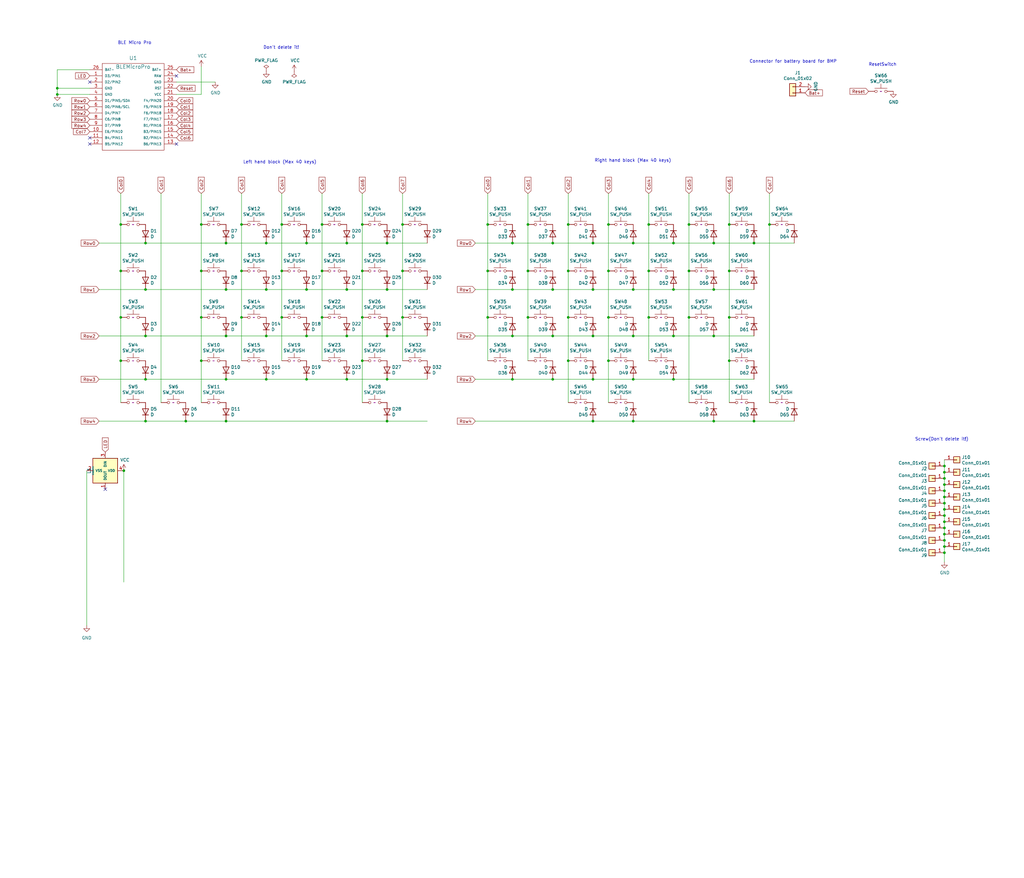
<source format=kicad_sch>
(kicad_sch (version 20211123) (generator eeschema)
  (paper "User" 419.989 360.045)
  (lib_symbols
    (symbol "Connector_Generic:Conn_01x01" (pin_names (offset 1.016) hide)
      (property "Reference" "J" (at 0 2.54 0))
      (property "Value" "Conn_01x01" (at 0 -2.54 0))
      (symbol "Conn_01x01_1_1"
        (pin passive line (at -5.08 0 0) (length 3.81) (name "Pin_1") (number "1"))
      )
    )
    (symbol "Connector_Generic:Conn_01x02" (pin_names (offset 1.016) hide)
      (property "Reference" "J" (at 0 2.54 0))
      (property "Value" "Conn_01x02" (at 0 -5.08 0))
      (symbol "Conn_01x02_1_1"
        (pin passive line (at -5.08 0 0) (length 3.81) (name "Pin_1") (number "1"))
        (pin passive line (at -5.08 -2.54 0) (length 3.81) (name "Pin_2") (number "2"))
      )
    )
    (symbol "Device:D" (pin_numbers hide) (pin_names (offset 1.016) hide)
      (property "Reference" "D" (at 0 2.54 0))
      (property "Value" "D" (at 0 -2.54 0))
      (symbol "D_1_1"
        (pin passive line (at -3.81 0 0) (length 2.54) (name "K") (number "1"))
        (pin passive line (at 3.81 0 180) (length 2.54) (name "A") (number "2"))
      )
    )
    (symbol "Salicylic_kbd:LED_SK6812MINI-E" (pin_names (offset 1.016))
      (property "Reference" "LED" (at 5.08 -10.16 0))
      (property "Value" "LED_SK6812MINI-E" (at 8.89 -8.89 0))
      (symbol "LED_SK6812MINI-E_1_1"
        (pin output line (at 7.62 0 180) (length 2.54) (name "DOUT") (number "1"))
        (pin power_in line (at 0 -7.62 90) (length 2.54) (name "VSS") (number "2"))
        (pin input line (at -7.62 0 0) (length 2.54) (name "DIN") (number "3"))
        (pin power_in line (at 0 7.62 270) (length 2.54) (name "VDD") (number "4"))
      )
    )
    (symbol "Salicylic_kbd:Micon_BLEMicroPro" (pin_names (offset 1.016))
      (property "Reference" "U" (at 0 26.67 0))
      (property "Value" "Micon_BLEMicroPro" (at 0 -13.97 0))
      (symbol "Micon_BLEMicroPro_1_1"
        (pin bidirectional line (at -17.78 19.05 0) (length 5.08) (name "D3/PIN1") (number "1"))
        (pin bidirectional line (at -17.78 -3.81 0) (length 5.08) (name "E6/PIN10") (number "10"))
        (pin bidirectional line (at -17.78 -6.35 0) (length 5.08) (name "B4/PIN11") (number "11"))
        (pin bidirectional line (at -17.78 -8.89 0) (length 5.08) (name "B5/PIN12") (number "12"))
        (pin bidirectional line (at 17.78 -8.89 180) (length 5.08) (name "B6/PIN13") (number "13"))
        (pin bidirectional line (at 17.78 -6.35 180) (length 5.08) (name "B2/PIN14") (number "14"))
        (pin bidirectional line (at 17.78 -3.81 180) (length 5.08) (name "B3/PIN15") (number "15"))
        (pin bidirectional line (at 17.78 -1.27 180) (length 5.08) (name "B1/PIN16") (number "16"))
        (pin bidirectional line (at 17.78 1.27 180) (length 5.08) (name "F7/PIN17") (number "17"))
        (pin bidirectional line (at 17.78 3.81 180) (length 5.08) (name "F6/PIN18") (number "18"))
        (pin bidirectional line (at 17.78 6.35 180) (length 5.08) (name "F5/PIN19") (number "19"))
        (pin bidirectional line (at -17.78 16.51 0) (length 5.08) (name "D2/PIN2") (number "2"))
        (pin bidirectional line (at 17.78 8.89 180) (length 5.08) (name "F4/PIN20") (number "20"))
        (pin power_in line (at 17.78 11.43 180) (length 5.08) (name "VCC") (number "21"))
        (pin input line (at 17.78 13.97 180) (length 5.08) (name "RST") (number "22"))
        (pin power_in line (at 17.78 16.51 180) (length 5.08) (name "GND") (number "23"))
        (pin power_out line (at 17.78 19.05 180) (length 5.08) (name "RAW") (number "24"))
        (pin input line (at 17.78 21.59 180) (length 5.08) (name "BAT+") (number "25"))
        (pin input line (at -17.78 21.59 0) (length 5.08) (name "BAT-") (number "26"))
        (pin power_in line (at -17.78 13.97 0) (length 5.08) (name "GND") (number "3"))
        (pin power_in line (at -17.78 11.43 0) (length 5.08) (name "GND") (number "4"))
        (pin bidirectional line (at -17.78 8.89 0) (length 5.08) (name "D1/PIN5/SDA") (number "5"))
        (pin bidirectional line (at -17.78 6.35 0) (length 5.08) (name "D0/PIN6/SCL") (number "6"))
        (pin bidirectional line (at -17.78 3.81 0) (length 5.08) (name "D4/PIN7") (number "7"))
        (pin bidirectional line (at -17.78 1.27 0) (length 5.08) (name "C6/PIN8") (number "8"))
        (pin bidirectional line (at -17.78 -1.27 0) (length 5.08) (name "D7/PIN9") (number "9"))
      )
    )
    (symbol "Switch:SW_Push" (pin_numbers hide) (pin_names (offset 1.016) hide)
      (property "Reference" "SW" (at 1.27 2.54 0))
      (property "Value" "SW_Push" (at 0 -1.524 0))
      (symbol "SW_Push_0_1"
        (pin passive line (at -5.08 0 0) (length 2.54) (name "1") (number "1"))
        (pin passive line (at 5.08 0 180) (length 2.54) (name "2") (number "2"))
      )
    )
    (symbol "power:GND" (power) (pin_names (offset 0))
      (property "Value" "GND" (at 0 -3.81 0))
      (symbol "GND_1_1"
        (pin power_in line (at 0 0 270) (length 0) hide (name "GND") (number "1"))
      )
    )
    (symbol "power:PWR_FLAG" (power) (pin_numbers hide) (pin_names (offset 0) hide)
      (property "Value" "PWR_FLAG" (at 0 3.81 0))
      (symbol "PWR_FLAG_0_0"
        (pin power_out line (at 0 0 90) (length 0) (name "pwr") (number "1"))
      )
    )
    (symbol "power:VCC" (power) (pin_names (offset 0))
      (property "Value" "VCC" (at 0 3.81 0))
      (symbol "VCC_1_1"
        (pin power_in line (at 0 0 90) (length 0) hide (name "VCC") (number "1"))
      )
    )
  )
  (junction (at 292.735 172.72))
  (junction (at 49.53 130.175))
  (junction (at 109.22 99.695))
  (junction (at 276.225 137.795))
  (junction (at 158.75 155.575))
  (junction (at 158.75 118.745))
  (junction (at 387.35 198.755))
  (junction (at 299.085 111.125))
  (junction (at 216.535 111.125))
  (junction (at 243.205 155.575))
  (junction (at 59.69 137.795))
  (junction (at 282.575 111.125))
  (junction (at 125.73 155.575))
  (junction (at 142.24 155.575))
  (junction (at 109.22 118.745))
  (junction (at 266.065 130.175))
  (junction (at 243.205 172.72))
  (junction (at 387.35 221.615))
  (junction (at 158.75 172.72))
  (junction (at 115.57 111.125))
  (junction (at 59.69 118.745))
  (junction (at 387.35 193.675))
  (junction (at 249.555 92.075))
  (junction (at 132.08 111.125))
  (junction (at 165.1 130.175))
  (junction (at 158.75 137.795))
  (junction (at 387.35 226.695))
  (junction (at 82.55 111.125))
  (junction (at 200.025 92.075))
  (junction (at 226.695 155.575))
  (junction (at 148.59 111.125))
  (junction (at 210.185 155.575))
  (junction (at 299.085 130.175))
  (junction (at 99.06 130.175))
  (junction (at 249.555 147.955))
  (junction (at 92.71 118.745))
  (junction (at 115.57 130.175))
  (junction (at 276.225 118.745))
  (junction (at 266.065 111.125))
  (junction (at 59.69 172.72))
  (junction (at 23.495 36.195))
  (junction (at 226.695 137.795))
  (junction (at 148.59 130.175))
  (junction (at 99.06 111.125))
  (junction (at 292.735 137.795))
  (junction (at 216.535 130.175))
  (junction (at 158.75 99.695))
  (junction (at 387.35 206.375))
  (junction (at 309.245 99.695))
  (junction (at 259.715 137.795))
  (junction (at 266.065 92.075))
  (junction (at 23.495 38.735))
  (junction (at 243.205 137.795))
  (junction (at 259.715 172.72))
  (junction (at 292.735 118.745))
  (junction (at 387.35 219.075))
  (junction (at 82.55 92.075))
  (junction (at 142.24 99.695))
  (junction (at 59.69 99.695))
  (junction (at 50.8 193.04))
  (junction (at 387.35 213.995))
  (junction (at 387.35 224.155))
  (junction (at 233.045 130.175))
  (junction (at 115.57 92.075))
  (junction (at 387.35 196.215))
  (junction (at 216.535 92.075))
  (junction (at 309.245 172.72))
  (junction (at 292.735 99.695))
  (junction (at 276.225 155.575))
  (junction (at 92.71 137.795))
  (junction (at 233.045 147.955))
  (junction (at 210.185 99.695))
  (junction (at 125.73 137.795))
  (junction (at 148.59 92.075))
  (junction (at 132.08 92.075))
  (junction (at 49.53 147.955))
  (junction (at 299.085 147.955))
  (junction (at 200.025 111.125))
  (junction (at 387.35 191.135))
  (junction (at 132.08 130.175))
  (junction (at 76.2 172.72))
  (junction (at 259.715 118.745))
  (junction (at 210.185 118.745))
  (junction (at 259.715 155.575))
  (junction (at 59.69 155.575))
  (junction (at 49.53 111.125))
  (junction (at 226.695 99.695))
  (junction (at 109.22 137.795))
  (junction (at 142.24 137.795))
  (junction (at 249.555 111.125))
  (junction (at 282.575 92.075))
  (junction (at 299.085 92.075))
  (junction (at 125.73 99.695))
  (junction (at 92.71 172.72))
  (junction (at 249.555 130.175))
  (junction (at 387.35 208.915))
  (junction (at 387.35 216.535))
  (junction (at 387.35 203.835))
  (junction (at 243.205 118.745))
  (junction (at 210.185 137.795))
  (junction (at 165.1 111.125))
  (junction (at 226.695 118.745))
  (junction (at 233.045 92.075))
  (junction (at 387.35 211.455))
  (junction (at 92.71 155.575))
  (junction (at 99.06 92.075))
  (junction (at 233.045 111.125))
  (junction (at 259.715 99.695))
  (junction (at 49.53 92.075))
  (junction (at 92.71 99.695))
  (junction (at 315.595 92.075))
  (junction (at 142.24 118.745))
  (junction (at 387.35 201.295))
  (junction (at 82.55 147.955))
  (junction (at 82.55 130.175))
  (junction (at 200.025 130.175))
  (junction (at 276.225 99.695))
  (junction (at 165.1 92.075))
  (junction (at 109.22 155.575))
  (junction (at 243.205 99.695))
  (junction (at 282.575 130.175))
  (junction (at 125.73 118.745))
  (junction (at 148.59 147.955))
  (no_connect (at 36.83 56.515))
  (no_connect (at 36.83 33.655))
  (no_connect (at 43.18 200.66))
  (no_connect (at 36.83 59.055))
  (no_connect (at 72.39 31.115))
  (no_connect (at 72.39 59.055))
  (wire (pts (xy 282.575 79.375) (xy 282.575 92.075)))
  (wire (pts (xy 99.06 130.175) (xy 99.06 147.955)))
  (wire (pts (xy 66.04 79.375) (xy 66.04 165.1)))
  (wire (pts (xy 49.53 92.075) (xy 49.53 111.125)))
  (wire (pts (xy 49.53 147.955) (xy 49.53 165.1)))
  (wire (pts (xy 387.35 196.215) (xy 387.35 198.755)))
  (wire (pts (xy 299.085 79.375) (xy 299.085 92.075)))
  (wire (pts (xy 49.53 111.125) (xy 49.53 130.175)))
  (wire (pts (xy 282.575 130.175) (xy 282.575 165.1)))
  (wire (pts (xy 194.945 137.795) (xy 210.185 137.795)))
  (wire (pts (xy 387.35 193.675) (xy 387.35 196.215)))
  (wire (pts (xy 387.35 226.695) (xy 387.35 230.505)))
  (wire (pts (xy 165.1 130.175) (xy 165.1 147.955)))
  (wire (pts (xy 387.35 191.135) (xy 387.35 193.675)))
  (wire (pts (xy 109.22 99.695) (xy 125.73 99.695)))
  (wire (pts (xy 175.26 137.795) (xy 158.75 137.795)))
  (wire (pts (xy 148.59 79.375) (xy 148.59 92.075)))
  (wire (pts (xy 59.69 155.575) (xy 92.71 155.575)))
  (wire (pts (xy 142.24 155.575) (xy 158.75 155.575)))
  (wire (pts (xy 266.065 130.175) (xy 266.065 147.955)))
  (wire (pts (xy 92.71 137.795) (xy 109.22 137.795)))
  (wire (pts (xy 23.495 36.195) (xy 23.495 38.735)))
  (wire (pts (xy 226.695 137.795) (xy 243.205 137.795)))
  (wire (pts (xy 276.225 155.575) (xy 309.245 155.575)))
  (wire (pts (xy 387.35 224.155) (xy 387.35 226.695)))
  (wire (pts (xy 216.535 111.125) (xy 216.535 130.175)))
  (wire (pts (xy 216.535 92.075) (xy 216.535 111.125)))
  (wire (pts (xy 132.08 130.175) (xy 132.08 147.955)))
  (wire (pts (xy 200.025 130.175) (xy 200.025 147.955)))
  (wire (pts (xy 132.08 79.375) (xy 132.08 92.075)))
  (wire (pts (xy 109.22 118.745) (xy 125.73 118.745)))
  (wire (pts (xy 115.57 130.175) (xy 115.57 147.955)))
  (wire (pts (xy 142.24 99.695) (xy 158.75 99.695)))
  (wire (pts (xy 125.73 137.795) (xy 142.24 137.795)))
  (wire (pts (xy 233.045 147.955) (xy 233.045 165.1)))
  (wire (pts (xy 292.735 118.745) (xy 309.245 118.745)))
  (wire (pts (xy 282.575 92.075) (xy 282.575 111.125)))
  (wire (pts (xy 292.735 99.695) (xy 309.245 99.695)))
  (wire (pts (xy 309.245 99.695) (xy 325.755 99.695)))
  (wire (pts (xy 233.045 79.375) (xy 233.045 92.075)))
  (wire (pts (xy 115.57 111.125) (xy 115.57 130.175)))
  (wire (pts (xy 82.55 130.175) (xy 82.55 147.955)))
  (wire (pts (xy 59.69 99.695) (xy 92.71 99.695)))
  (wire (pts (xy 115.57 92.075) (xy 115.57 111.125)))
  (wire (pts (xy 387.35 216.535) (xy 387.35 219.075)))
  (wire (pts (xy 387.35 208.915) (xy 387.35 211.455)))
  (wire (pts (xy 125.73 155.575) (xy 142.24 155.575)))
  (wire (pts (xy 59.69 99.695) (xy 40.64 99.695)))
  (wire (pts (xy 92.71 155.575) (xy 109.22 155.575)))
  (wire (pts (xy 49.53 79.375) (xy 49.53 92.075)))
  (wire (pts (xy 59.69 118.745) (xy 40.64 118.745)))
  (wire (pts (xy 82.55 111.125) (xy 82.55 130.175)))
  (wire (pts (xy 299.085 147.955) (xy 299.085 165.1)))
  (wire (pts (xy 243.205 118.745) (xy 259.715 118.745)))
  (wire (pts (xy 210.185 99.695) (xy 226.695 99.695)))
  (wire (pts (xy 387.35 213.995) (xy 387.35 216.535)))
  (wire (pts (xy 82.55 79.375) (xy 82.55 92.075)))
  (wire (pts (xy 387.35 201.295) (xy 387.35 203.835)))
  (wire (pts (xy 387.35 219.075) (xy 387.35 221.615)))
  (wire (pts (xy 92.71 172.72) (xy 158.75 172.72)))
  (wire (pts (xy 387.35 221.615) (xy 387.35 224.155)))
  (wire (pts (xy 210.185 137.795) (xy 226.695 137.795)))
  (wire (pts (xy 36.83 28.575) (xy 23.495 28.575)))
  (wire (pts (xy 92.71 99.695) (xy 109.22 99.695)))
  (wire (pts (xy 249.555 147.955) (xy 249.555 165.1)))
  (wire (pts (xy 82.55 147.955) (xy 82.55 165.1)))
  (wire (pts (xy 194.945 99.695) (xy 210.185 99.695)))
  (wire (pts (xy 387.35 206.375) (xy 387.35 208.915)))
  (wire (pts (xy 292.735 137.795) (xy 309.245 137.795)))
  (wire (pts (xy 23.495 28.575) (xy 23.495 36.195)))
  (wire (pts (xy 50.8 193.04) (xy 50.8 238.76)))
  (wire (pts (xy 299.085 111.125) (xy 299.085 130.175)))
  (wire (pts (xy 226.695 155.575) (xy 243.205 155.575)))
  (wire (pts (xy 200.025 79.375) (xy 200.025 92.075)))
  (wire (pts (xy 266.065 92.075) (xy 266.065 111.125)))
  (wire (pts (xy 175.26 118.745) (xy 158.75 118.745)))
  (wire (pts (xy 59.69 155.575) (xy 40.64 155.575)))
  (wire (pts (xy 226.695 118.745) (xy 243.205 118.745)))
  (wire (pts (xy 210.185 155.575) (xy 226.695 155.575)))
  (wire (pts (xy 249.555 92.075) (xy 249.555 111.125)))
  (wire (pts (xy 148.59 111.125) (xy 148.59 130.175)))
  (wire (pts (xy 266.065 111.125) (xy 266.065 130.175)))
  (wire (pts (xy 109.22 137.795) (xy 125.73 137.795)))
  (wire (pts (xy 35.56 193.04) (xy 35.56 256.54)))
  (wire (pts (xy 109.22 155.575) (xy 125.73 155.575)))
  (wire (pts (xy 59.69 137.795) (xy 40.64 137.795)))
  (wire (pts (xy 387.35 211.455) (xy 387.35 213.995)))
  (wire (pts (xy 88.265 33.655) (xy 72.39 33.655)))
  (wire (pts (xy 276.225 118.745) (xy 292.735 118.745)))
  (wire (pts (xy 276.225 99.695) (xy 292.735 99.695)))
  (wire (pts (xy 387.35 198.755) (xy 387.35 201.295)))
  (wire (pts (xy 249.555 130.175) (xy 249.555 147.955)))
  (wire (pts (xy 165.1 79.375) (xy 165.1 92.075)))
  (wire (pts (xy 175.26 172.72) (xy 158.75 172.72)))
  (wire (pts (xy 49.53 130.175) (xy 49.53 147.955)))
  (wire (pts (xy 200.025 92.075) (xy 200.025 111.125)))
  (wire (pts (xy 148.59 130.175) (xy 148.59 147.955)))
  (wire (pts (xy 259.715 137.795) (xy 276.225 137.795)))
  (wire (pts (xy 233.045 92.075) (xy 233.045 111.125)))
  (wire (pts (xy 175.26 99.695) (xy 158.75 99.695)))
  (wire (pts (xy 76.2 172.72) (xy 92.71 172.72)))
  (wire (pts (xy 175.26 155.575) (xy 158.75 155.575)))
  (wire (pts (xy 132.08 92.075) (xy 132.08 111.125)))
  (wire (pts (xy 226.695 99.695) (xy 243.205 99.695)))
  (wire (pts (xy 233.045 111.125) (xy 233.045 130.175)))
  (wire (pts (xy 59.69 172.72) (xy 40.64 172.72)))
  (wire (pts (xy 249.555 111.125) (xy 249.555 130.175)))
  (wire (pts (xy 299.085 130.175) (xy 299.085 147.955)))
  (wire (pts (xy 148.59 147.955) (xy 148.59 165.1)))
  (wire (pts (xy 125.73 118.745) (xy 142.24 118.745)))
  (wire (pts (xy 299.085 92.075) (xy 299.085 111.125)))
  (wire (pts (xy 259.715 172.72) (xy 292.735 172.72)))
  (wire (pts (xy 387.35 188.595) (xy 387.35 191.135)))
  (wire (pts (xy 194.945 172.72) (xy 243.205 172.72)))
  (wire (pts (xy 59.69 118.745) (xy 92.71 118.745)))
  (wire (pts (xy 249.555 79.375) (xy 249.555 92.075)))
  (wire (pts (xy 115.57 79.375) (xy 115.57 92.075)))
  (wire (pts (xy 82.55 38.735) (xy 82.55 27.305)))
  (wire (pts (xy 92.71 118.745) (xy 109.22 118.745)))
  (wire (pts (xy 148.59 92.075) (xy 148.59 111.125)))
  (wire (pts (xy 82.55 92.075) (xy 82.55 111.125)))
  (wire (pts (xy 59.69 172.72) (xy 76.2 172.72)))
  (wire (pts (xy 132.08 111.125) (xy 132.08 130.175)))
  (wire (pts (xy 59.69 137.795) (xy 92.71 137.795)))
  (wire (pts (xy 142.24 118.745) (xy 158.75 118.745)))
  (wire (pts (xy 99.06 92.075) (xy 99.06 111.125)))
  (wire (pts (xy 125.73 99.695) (xy 142.24 99.695)))
  (wire (pts (xy 282.575 111.125) (xy 282.575 130.175)))
  (wire (pts (xy 243.205 137.795) (xy 259.715 137.795)))
  (wire (pts (xy 315.595 79.375) (xy 315.595 92.075)))
  (wire (pts (xy 200.025 111.125) (xy 200.025 130.175)))
  (wire (pts (xy 309.245 172.72) (xy 325.755 172.72)))
  (wire (pts (xy 99.06 111.125) (xy 99.06 130.175)))
  (wire (pts (xy 315.595 92.075) (xy 315.595 165.1)))
  (wire (pts (xy 259.715 155.575) (xy 276.225 155.575)))
  (wire (pts (xy 243.205 172.72) (xy 259.715 172.72)))
  (wire (pts (xy 243.205 155.575) (xy 259.715 155.575)))
  (wire (pts (xy 99.06 79.375) (xy 99.06 92.075)))
  (wire (pts (xy 259.715 99.695) (xy 276.225 99.695)))
  (wire (pts (xy 142.24 137.795) (xy 158.75 137.795)))
  (wire (pts (xy 72.39 38.735) (xy 82.55 38.735)))
  (wire (pts (xy 243.205 99.695) (xy 259.715 99.695)))
  (wire (pts (xy 194.945 155.575) (xy 210.185 155.575)))
  (wire (pts (xy 387.35 203.835) (xy 387.35 206.375)))
  (wire (pts (xy 259.715 118.745) (xy 276.225 118.745)))
  (wire (pts (xy 216.535 130.175) (xy 216.535 147.955)))
  (wire (pts (xy 292.735 172.72) (xy 309.245 172.72)))
  (wire (pts (xy 276.225 137.795) (xy 292.735 137.795)))
  (wire (pts (xy 36.83 36.195) (xy 23.495 36.195)))
  (wire (pts (xy 36.83 38.735) (xy 23.495 38.735)))
  (wire (pts (xy 194.945 118.745) (xy 210.185 118.745)))
  (wire (pts (xy 165.1 111.125) (xy 165.1 130.175)))
  (wire (pts (xy 216.535 79.375) (xy 216.535 92.075)))
  (wire (pts (xy 266.065 79.375) (xy 266.065 92.075)))
  (wire (pts (xy 165.1 92.075) (xy 165.1 111.125)))
  (wire (pts (xy 210.185 118.745) (xy 226.695 118.745)))
  (wire (pts (xy 233.045 130.175) (xy 233.045 147.955)))
  (text "Left hand block (Max 40 keys)" (at 99.695 67.31 0) (effects (font (size 1.27 1.27)) (justify left bottom)))
  (text "Connector for battery board for BMP" (at 307.34 26.035 0) (effects (font (size 1.27 1.27)) (justify left bottom)))
  (text "BLE Micro Pro" (at 48.26 18.415 0) (effects (font (size 1.27 1.27)) (justify left bottom)))
  (text "ResetSwitch" (at 356.235 27.305 0) (effects (font (size 1.27 1.27)) (justify left bottom)))
  (text "Screw(Don't delete it!)" (at 375.285 180.975 0) (effects (font (size 1.27 1.27)) (justify left bottom)))
  (text "Don't delete it!" (at 107.95 20.32 0) (effects (font (size 1.27 1.27)) (justify left bottom)))
  (text "Right hand block (Max 40 keys)" (at 243.84 66.675 0) (effects (font (size 1.27 1.27)) (justify left bottom)))
  (global_label "Row0" (shape input) (at 194.945 99.695 180) (property "Intersheet References" "${INTERSHEET_REFS}" (effects hide)))
  (global_label "Reset" (shape input) (at 72.39 36.195 0) (property "Intersheet References" "${INTERSHEET_REFS}" (effects hide)))
  (global_label "Col0" (shape input) (at 49.53 79.375 90) (property "Intersheet References" "${INTERSHEET_REFS}" (effects hide)))
  (global_label "Col4" (shape input) (at 72.39 51.435 0) (property "Intersheet References" "${INTERSHEET_REFS}" (effects hide)))
  (global_label "Col6" (shape input) (at 148.59 79.375 90) (property "Intersheet References" "${INTERSHEET_REFS}" (effects hide)))
  (global_label "Col5" (shape input) (at 132.08 79.375 90) (property "Intersheet References" "${INTERSHEET_REFS}" (effects hide)))
  (global_label "Col3" (shape input) (at 249.555 79.375 90) (property "Intersheet References" "${INTERSHEET_REFS}" (effects hide)))
  (global_label "Row2" (shape input) (at 194.945 137.795 180) (property "Intersheet References" "${INTERSHEET_REFS}" (effects hide)))
  (global_label "Col0" (shape input) (at 72.39 41.275 0) (property "Intersheet References" "${INTERSHEET_REFS}" (effects hide)))
  (global_label "Col0" (shape input) (at 200.025 79.375 90) (property "Intersheet References" "${INTERSHEET_REFS}" (effects hide)))
  (global_label "Bat+" (shape input) (at 72.39 28.575 0) (property "Intersheet References" "${INTERSHEET_REFS}" (effects hide)))
  (global_label "Reset" (shape input) (at 356.235 37.465 180) (property "Intersheet References" "${INTERSHEET_REFS}" (effects hide)))
  (global_label "Row4" (shape input) (at 36.83 51.435 180) (property "Intersheet References" "${INTERSHEET_REFS}" (effects hide)))
  (global_label "Row3" (shape input) (at 40.64 155.575 180) (property "Intersheet References" "${INTERSHEET_REFS}" (effects hide)))
  (global_label "Col6" (shape input) (at 299.085 79.375 90) (property "Intersheet References" "${INTERSHEET_REFS}" (effects hide)))
  (global_label "Col7" (shape input) (at 165.1 79.375 90) (property "Intersheet References" "${INTERSHEET_REFS}" (effects hide)))
  (global_label "Row4" (shape input) (at 40.64 172.72 180) (property "Intersheet References" "${INTERSHEET_REFS}" (effects hide)))
  (global_label "Col1" (shape input) (at 66.04 79.375 90) (property "Intersheet References" "${INTERSHEET_REFS}" (effects hide)))
  (global_label "Row2" (shape input) (at 40.64 137.795 180) (property "Intersheet References" "${INTERSHEET_REFS}" (effects hide)))
  (global_label "Col5" (shape input) (at 72.39 53.975 0) (property "Intersheet References" "${INTERSHEET_REFS}" (effects hide)))
  (global_label "Bat+" (shape input) (at 330.2 38.1 0) (property "Intersheet References" "${INTERSHEET_REFS}" (effects hide)))
  (global_label "Col4" (shape input) (at 266.065 79.375 90) (property "Intersheet References" "${INTERSHEET_REFS}" (effects hide)))
  (global_label "Col7" (shape input) (at 36.83 53.975 180) (property "Intersheet References" "${INTERSHEET_REFS}" (effects hide)))
  (global_label "Col2" (shape input) (at 72.39 46.355 0) (property "Intersheet References" "${INTERSHEET_REFS}" (effects hide)))
  (global_label "Row0" (shape input) (at 40.64 99.695 180) (property "Intersheet References" "${INTERSHEET_REFS}" (effects hide)))
  (global_label "Col3" (shape input) (at 99.06 79.375 90) (property "Intersheet References" "${INTERSHEET_REFS}" (effects hide)))
  (global_label "Row1" (shape input) (at 194.945 118.745 180) (property "Intersheet References" "${INTERSHEET_REFS}" (effects hide)))
  (global_label "LED" (shape input) (at 43.18 185.42 90) (property "Intersheet References" "${INTERSHEET_REFS}" (effects hide)))
  (global_label "Row3" (shape input) (at 194.945 155.575 180) (property "Intersheet References" "${INTERSHEET_REFS}" (effects hide)))
  (global_label "Row1" (shape input) (at 36.83 43.815 180) (property "Intersheet References" "${INTERSHEET_REFS}" (effects hide)))
  (global_label "Col1" (shape input) (at 216.535 79.375 90) (property "Intersheet References" "${INTERSHEET_REFS}" (effects hide)))
  (global_label "Col6" (shape input) (at 72.39 56.515 0) (property "Intersheet References" "${INTERSHEET_REFS}" (effects hide)))
  (global_label "Col4" (shape input) (at 115.57 79.375 90) (property "Intersheet References" "${INTERSHEET_REFS}" (effects hide)))
  (global_label "Col3" (shape input) (at 72.39 48.895 0) (property "Intersheet References" "${INTERSHEET_REFS}" (effects hide)))
  (global_label "Row2" (shape input) (at 36.83 46.355 180) (property "Intersheet References" "${INTERSHEET_REFS}" (effects hide)))
  (global_label "Row0" (shape input) (at 36.83 41.275 180) (property "Intersheet References" "${INTERSHEET_REFS}" (effects hide)))
  (global_label "Col5" (shape input) (at 282.575 79.375 90) (property "Intersheet References" "${INTERSHEET_REFS}" (effects hide)))
  (global_label "Row3" (shape input) (at 36.83 48.895 180) (property "Intersheet References" "${INTERSHEET_REFS}" (effects hide)))
  (global_label "Col1" (shape input) (at 72.39 43.815 0) (property "Intersheet References" "${INTERSHEET_REFS}" (effects hide)))
  (global_label "LED" (shape input) (at 36.83 31.115 180) (property "Intersheet References" "${INTERSHEET_REFS}" (effects hide)))
  (global_label "Row1" (shape input) (at 40.64 118.745 180) (property "Intersheet References" "${INTERSHEET_REFS}" (effects hide)))
  (global_label "Row4" (shape input) (at 194.945 172.72 180) (property "Intersheet References" "${INTERSHEET_REFS}" (effects hide)))
  (global_label "Col2" (shape input) (at 233.045 79.375 90) (property "Intersheet References" "${INTERSHEET_REFS}" (effects hide)))
  (global_label "Col2" (shape input) (at 82.55 79.375 90) (property "Intersheet References" "${INTERSHEET_REFS}" (effects hide)))
  (global_label "Col7" (shape input) (at 315.595 79.375 90) (property "Intersheet References" "${INTERSHEET_REFS}" (effects hide)))
  (symbol (lib_id "power:PWR_FLAG") (at 109.22 29.21 0) (unit 1)
    (property "Reference" "#FLG01" (effects hide))
    (property "Value" "PWR_FLAG" (at 109.22 24.7904 0))
  )
  (symbol (lib_id "power:PWR_FLAG") (at 120.65 29.21 180) (unit 1)
    (property "Reference" "#FLG02" (effects hide))
    (property "Value" "PWR_FLAG" (at 120.65 33.6042 0))
  )
  (symbol (lib_id "power:GND") (at 109.22 29.21 0) (unit 1)
    (property "Reference" "#PWR06" (effects hide))
    (property "Value" "GND" (at 109.347 33.6042 0))
  )
  (symbol (lib_id "power:VCC") (at 120.65 29.21 0) (unit 1)
    (property "Reference" "#PWR07" (effects hide))
    (property "Value" "VCC" (at 121.0818 24.8158 0))
  )
  (symbol (lib_id "Salicylic_kbd:Micon_BLEMicroPro") (at 54.61 50.165 0) (unit 1)
    (property "Reference" "U1" (at 54.61 23.8252 0) (effects (font (size 1.524 1.524))))
    (property "Value" "BLEMicroPro" (at 54.61 26.5176 0) (effects (font (size 1.524 1.524)) (justify top)))
    (property "Footprint" "kbd_Parts:Micon_BMP_GL" (effects hide))
  )
  (symbol (lib_id "power:GND") (at 88.265 33.655 0) (unit 1)
    (property "Reference" "#PWR05" (effects hide))
    (property "Value" "GND" (at 88.392 38.0492 0))
  )
  (symbol (lib_id "power:VCC") (at 82.55 27.305 0) (unit 1)
    (property "Reference" "#PWR04" (effects hide))
    (property "Value" "VCC" (at 82.9818 22.9108 0))
  )
  (symbol (lib_id "power:GND") (at 23.495 38.735 0) (unit 1)
    (property "Reference" "#PWR01" (effects hide))
    (property "Value" "GND" (at 23.622 43.1292 0))
  )
  (symbol (lib_id "Switch:SW_Push") (at 54.61 92.075 0) (unit 1)
    (property "Reference" "SW1" (at 54.61 85.598 0))
    (property "Value" "SW_PUSH" (at 54.61 87.9094 0))
    (property "Footprint" "kbd_SW:CherryMX_Hotswap_1u" (effects hide))
    (property "Datasheet" "~" (at 54.61 92.075 0))
  )
  (symbol (lib_id "Switch:SW_Push") (at 54.61 111.125 0) (unit 1)
    (property "Reference" "SW2" (at 54.61 104.648 0))
    (property "Value" "SW_PUSH" (at 54.61 106.9594 0))
    (property "Footprint" "kbd_SW:CherryMX_Hotswap_1.5u" (effects hide))
    (property "Datasheet" "~" (at 54.61 111.125 0))
  )
  (symbol (lib_id "Device:D") (at 59.69 95.885 90) (unit 1)
    (property "Reference" "D1" (at 61.6966 94.7166 90) (effects (justify right)))
    (property "Value" "D" (at 61.6966 97.028 90) (effects (justify right)))
    (property "Footprint" "kbd_Parts:Diode_TH_SMD" (effects hide))
  )
  (symbol (lib_id "Device:D") (at 59.69 114.935 90) (unit 1)
    (property "Reference" "D2" (at 61.6966 113.7666 90) (effects (justify right)))
    (property "Value" "D" (at 61.6966 116.078 90) (effects (justify right)))
    (property "Footprint" "kbd_Parts:Diode_TH_SMD" (effects hide))
  )
  (symbol (lib_id "Switch:SW_Push") (at 361.315 37.465 0) (unit 1)
    (property "Reference" "SW66" (at 361.315 30.988 0))
    (property "Value" "SW_PUSH" (at 361.315 33.2994 0))
    (property "Footprint" "kbd_Parts:ResetSW" (effects hide))
    (property "Datasheet" "~" (at 361.315 37.465 0))
  )
  (symbol (lib_id "power:GND") (at 366.395 37.465 0) (unit 1)
    (property "Reference" "#PWR09" (effects hide))
    (property "Value" "GND" (at 366.522 41.8592 0))
  )
  (symbol (lib_id "Switch:SW_Push") (at 104.14 92.075 0) (unit 1)
    (property "Reference" "SW12" (at 104.14 85.598 0))
    (property "Value" "SW_PUSH" (at 104.14 87.9094 0))
    (property "Footprint" "kbd_SW:CherryMX_Hotswap_1u" (effects hide))
    (property "Datasheet" "~" (at 104.14 92.075 0))
  )
  (symbol (lib_id "Switch:SW_Push") (at 120.65 92.075 0) (unit 1)
    (property "Reference" "SW16" (at 120.65 85.598 0))
    (property "Value" "SW_PUSH" (at 120.65 87.9094 0))
    (property "Footprint" "kbd_SW:CherryMX_Hotswap_1u" (effects hide))
    (property "Datasheet" "~" (at 120.65 92.075 0))
  )
  (symbol (lib_id "Switch:SW_Push") (at 137.16 92.075 0) (unit 1)
    (property "Reference" "SW20" (at 137.16 85.598 0))
    (property "Value" "SW_PUSH" (at 137.16 87.9094 0))
    (property "Footprint" "kbd_SW:CherryMX_Hotswap_1u" (effects hide))
    (property "Datasheet" "~" (at 137.16 92.075 0))
  )
  (symbol (lib_id "Switch:SW_Push") (at 87.63 92.075 0) (unit 1)
    (property "Reference" "SW7" (at 87.63 85.598 0))
    (property "Value" "SW_PUSH" (at 87.63 87.9094 0))
    (property "Footprint" "kbd_SW:CherryMX_Hotswap_1u" (effects hide))
    (property "Datasheet" "~" (at 87.63 92.075 0))
  )
  (symbol (lib_id "Switch:SW_Push") (at 104.14 130.175 0) (unit 1)
    (property "Reference" "SW14" (at 104.14 123.698 0))
    (property "Value" "SW_PUSH" (at 104.14 126.0094 0))
    (property "Footprint" "kbd_SW:CherryMX_Hotswap_1u" (effects hide))
    (property "Datasheet" "~" (at 104.14 130.175 0))
  )
  (symbol (lib_id "Switch:SW_Push") (at 104.14 111.125 0) (unit 1)
    (property "Reference" "SW13" (at 104.14 104.648 0))
    (property "Value" "SW_PUSH" (at 104.14 106.9594 0))
    (property "Footprint" "kbd_SW:CherryMX_Hotswap_1u" (effects hide))
    (property "Datasheet" "~" (at 104.14 111.125 0))
  )
  (symbol (lib_id "Switch:SW_Push") (at 120.65 111.125 0) (unit 1)
    (property "Reference" "SW17" (at 120.65 104.648 0))
    (property "Value" "SW_PUSH" (at 120.65 106.9594 0))
    (property "Footprint" "kbd_SW:CherryMX_Hotswap_1u" (effects hide))
    (property "Datasheet" "~" (at 120.65 111.125 0))
  )
  (symbol (lib_id "Switch:SW_Push") (at 137.16 111.125 0) (unit 1)
    (property "Reference" "SW21" (at 137.16 104.648 0))
    (property "Value" "SW_PUSH" (at 137.16 106.9594 0))
    (property "Footprint" "kbd_SW:CherryMX_Hotswap_1u" (effects hide))
    (property "Datasheet" "~" (at 137.16 111.125 0))
  )
  (symbol (lib_id "Switch:SW_Push") (at 87.63 111.125 0) (unit 1)
    (property "Reference" "SW8" (at 87.63 104.648 0))
    (property "Value" "SW_PUSH" (at 87.63 106.9594 0))
    (property "Footprint" "kbd_SW:CherryMX_Hotswap_1u" (effects hide))
    (property "Datasheet" "~" (at 87.63 111.125 0))
  )
  (symbol (lib_id "Switch:SW_Push") (at 54.61 130.175 0) (unit 1)
    (property "Reference" "SW3" (at 54.61 123.698 0))
    (property "Value" "SW_PUSH" (at 54.61 126.0094 0))
    (property "Footprint" "kbd_SW:CherryMX_Hotswap_1.75u" (effects hide))
    (property "Datasheet" "~" (at 54.61 130.175 0))
  )
  (symbol (lib_id "Switch:SW_Push") (at 54.61 147.955 0) (unit 1)
    (property "Reference" "SW4" (at 54.61 141.478 0))
    (property "Value" "SW_PUSH" (at 54.61 143.7894 0))
    (property "Footprint" "kbd_SW:CherryMX_Hotswap_2.25u" (effects hide))
    (property "Datasheet" "~" (at 54.61 147.955 0))
  )
  (symbol (lib_id "Switch:SW_Push") (at 87.63 130.175 0) (unit 1)
    (property "Reference" "SW9" (at 87.63 123.698 0))
    (property "Value" "SW_PUSH" (at 87.63 126.0094 0))
    (property "Footprint" "kbd_SW:CherryMX_Hotswap_1u" (effects hide))
    (property "Datasheet" "~" (at 87.63 130.175 0))
  )
  (symbol (lib_id "Switch:SW_Push") (at 104.14 147.955 0) (unit 1)
    (property "Reference" "SW15" (at 104.14 141.478 0))
    (property "Value" "SW_PUSH" (at 104.14 143.7894 0))
    (property "Footprint" "kbd_SW:CherryMX_Hotswap_1u" (effects hide))
    (property "Datasheet" "~" (at 104.14 147.955 0))
  )
  (symbol (lib_id "Switch:SW_Push") (at 120.65 147.955 0) (unit 1)
    (property "Reference" "SW19" (at 120.65 141.478 0))
    (property "Value" "SW_PUSH" (at 120.65 143.7894 0))
    (property "Footprint" "kbd_SW:CherryMX_Hotswap_1u" (effects hide))
    (property "Datasheet" "~" (at 120.65 147.955 0))
  )
  (symbol (lib_id "Switch:SW_Push") (at 137.16 147.955 0) (unit 1)
    (property "Reference" "SW23" (at 137.16 141.478 0))
    (property "Value" "SW_PUSH" (at 137.16 143.7894 0))
    (property "Footprint" "kbd_SW:CherryMX_Hotswap_1u" (effects hide))
    (property "Datasheet" "~" (at 137.16 147.955 0))
  )
  (symbol (lib_id "Switch:SW_Push") (at 120.65 130.175 0) (unit 1)
    (property "Reference" "SW18" (at 120.65 123.698 0))
    (property "Value" "SW_PUSH" (at 120.65 126.0094 0))
    (property "Footprint" "kbd_SW:CherryMX_Hotswap_1u" (effects hide))
    (property "Datasheet" "~" (at 120.65 130.175 0))
  )
  (symbol (lib_id "Switch:SW_Push") (at 137.16 130.175 0) (unit 1)
    (property "Reference" "SW22" (at 137.16 123.698 0))
    (property "Value" "SW_PUSH" (at 137.16 126.0094 0))
    (property "Footprint" "kbd_SW:CherryMX_Hotswap_1u" (effects hide))
    (property "Datasheet" "~" (at 137.16 130.175 0))
  )
  (symbol (lib_id "Device:D") (at 92.71 95.885 90) (unit 1)
    (property "Reference" "D7" (at 94.7166 94.7166 90) (effects (justify right)))
    (property "Value" "D" (at 94.7166 97.028 90) (effects (justify right)))
    (property "Footprint" "kbd_Parts:Diode_TH_SMD" (effects hide))
  )
  (symbol (lib_id "Device:D") (at 109.22 95.885 90) (unit 1)
    (property "Reference" "D12" (at 111.2266 94.7166 90) (effects (justify right)))
    (property "Value" "D" (at 111.2266 97.028 90) (effects (justify right)))
    (property "Footprint" "kbd_Parts:Diode_TH_SMD" (effects hide))
  )
  (symbol (lib_id "Device:D") (at 125.73 95.885 90) (unit 1)
    (property "Reference" "D16" (at 127.7366 94.7166 90) (effects (justify right)))
    (property "Value" "D" (at 127.7366 97.028 90) (effects (justify right)))
    (property "Footprint" "kbd_Parts:Diode_TH_SMD" (effects hide))
  )
  (symbol (lib_id "Device:D") (at 142.24 95.885 90) (unit 1)
    (property "Reference" "D20" (at 144.2466 94.7166 90) (effects (justify right)))
    (property "Value" "D" (at 144.2466 97.028 90) (effects (justify right)))
    (property "Footprint" "kbd_Parts:Diode_TH_SMD" (effects hide))
  )
  (symbol (lib_id "Device:D") (at 142.24 114.935 90) (unit 1)
    (property "Reference" "D21" (at 144.2466 113.7666 90) (effects (justify right)))
    (property "Value" "D" (at 144.2466 116.078 90) (effects (justify right)))
    (property "Footprint" "kbd_Parts:Diode_TH_SMD" (effects hide))
  )
  (symbol (lib_id "Device:D") (at 142.24 133.985 90) (unit 1)
    (property "Reference" "D22" (at 144.2466 132.8166 90) (effects (justify right)))
    (property "Value" "D" (at 144.2466 135.128 90) (effects (justify right)))
    (property "Footprint" "kbd_Parts:Diode_TH_SMD" (effects hide))
  )
  (symbol (lib_id "Device:D") (at 142.24 151.765 90) (unit 1)
    (property "Reference" "D23" (at 144.2466 150.5966 90) (effects (justify right)))
    (property "Value" "D" (at 144.2466 152.908 90) (effects (justify right)))
    (property "Footprint" "kbd_Parts:Diode_TH_SMD" (effects hide))
  )
  (symbol (lib_id "Device:D") (at 125.73 151.765 90) (unit 1)
    (property "Reference" "D19" (at 127.7366 150.5966 90) (effects (justify right)))
    (property "Value" "D" (at 127.7366 152.908 90) (effects (justify right)))
    (property "Footprint" "kbd_Parts:Diode_TH_SMD" (effects hide))
  )
  (symbol (lib_id "Device:D") (at 125.73 133.985 90) (unit 1)
    (property "Reference" "D18" (at 127.7366 132.8166 90) (effects (justify right)))
    (property "Value" "D" (at 127.7366 135.128 90) (effects (justify right)))
    (property "Footprint" "kbd_Parts:Diode_TH_SMD" (effects hide))
  )
  (symbol (lib_id "Device:D") (at 125.73 114.935 90) (unit 1)
    (property "Reference" "D17" (at 127.7366 113.7666 90) (effects (justify right)))
    (property "Value" "D" (at 127.7366 116.078 90) (effects (justify right)))
    (property "Footprint" "kbd_Parts:Diode_TH_SMD" (effects hide))
  )
  (symbol (lib_id "Device:D") (at 109.22 114.935 90) (unit 1)
    (property "Reference" "D13" (at 111.2266 113.7666 90) (effects (justify right)))
    (property "Value" "D" (at 111.2266 116.078 90) (effects (justify right)))
    (property "Footprint" "kbd_Parts:Diode_TH_SMD" (effects hide))
  )
  (symbol (lib_id "Device:D") (at 92.71 114.935 90) (unit 1)
    (property "Reference" "D8" (at 94.7166 113.7666 90) (effects (justify right)))
    (property "Value" "D" (at 94.7166 116.078 90) (effects (justify right)))
    (property "Footprint" "kbd_Parts:Diode_TH_SMD" (effects hide))
  )
  (symbol (lib_id "Device:D") (at 92.71 133.985 90) (unit 1)
    (property "Reference" "D9" (at 94.7166 132.8166 90) (effects (justify right)))
    (property "Value" "D" (at 94.7166 135.128 90) (effects (justify right)))
    (property "Footprint" "kbd_Parts:Diode_TH_SMD" (effects hide))
  )
  (symbol (lib_id "Device:D") (at 109.22 133.985 90) (unit 1)
    (property "Reference" "D14" (at 111.2266 132.8166 90) (effects (justify right)))
    (property "Value" "D" (at 111.2266 135.128 90) (effects (justify right)))
    (property "Footprint" "kbd_Parts:Diode_TH_SMD" (effects hide))
  )
  (symbol (lib_id "Device:D") (at 109.22 151.765 90) (unit 1)
    (property "Reference" "D15" (at 111.2266 150.5966 90) (effects (justify right)))
    (property "Value" "D" (at 111.2266 152.908 90) (effects (justify right)))
    (property "Footprint" "kbd_Parts:Diode_TH_SMD" (effects hide))
  )
  (symbol (lib_id "Device:D") (at 59.69 133.985 90) (unit 1)
    (property "Reference" "D3" (at 61.6966 132.8166 90) (effects (justify right)))
    (property "Value" "D" (at 61.6966 135.128 90) (effects (justify right)))
    (property "Footprint" "kbd_Parts:Diode_TH_SMD" (effects hide))
  )
  (symbol (lib_id "Device:D") (at 59.69 151.765 90) (unit 1)
    (property "Reference" "D4" (at 61.6966 150.5966 90) (effects (justify right)))
    (property "Value" "D" (at 61.6966 152.908 90) (effects (justify right)))
    (property "Footprint" "kbd_Parts:Diode_TH_SMD" (effects hide))
  )
  (symbol (lib_id "Switch:SW_Push") (at 54.61 165.1 0) (unit 1)
    (property "Reference" "SW5" (at 54.61 158.623 0))
    (property "Value" "SW_PUSH" (at 54.61 160.9344 0))
    (property "Footprint" "kbd_SW:CherryMX_Hotswap_1.25u" (effects hide))
    (property "Datasheet" "~" (at 54.61 165.1 0))
  )
  (symbol (lib_id "Switch:SW_Push") (at 71.12 165.1 0) (unit 1)
    (property "Reference" "SW6" (at 71.12 158.623 0))
    (property "Value" "SW_PUSH" (at 71.12 160.9344 0))
    (property "Footprint" "kbd_SW:CherryMX_Hotswap_1.25u" (effects hide))
    (property "Datasheet" "~" (at 71.12 165.1 0))
  )
  (symbol (lib_id "Switch:SW_Push") (at 87.63 165.1 0) (unit 1)
    (property "Reference" "SW11" (at 87.63 158.623 0))
    (property "Value" "SW_PUSH" (at 87.63 160.9344 0))
    (property "Footprint" "kbd_SW:CherryMX_Hotswap_1.25u" (effects hide))
    (property "Datasheet" "~" (at 87.63 165.1 0))
  )
  (symbol (lib_id "Device:D") (at 59.69 168.91 90) (unit 1)
    (property "Reference" "D5" (at 61.6966 167.7416 90) (effects (justify right)))
    (property "Value" "D" (at 61.6966 170.053 90) (effects (justify right)))
    (property "Footprint" "kbd_Parts:Diode_TH_SMD" (effects hide))
  )
  (symbol (lib_id "Device:D") (at 76.2 168.91 90) (unit 1)
    (property "Reference" "D6" (at 78.2066 167.7416 90) (effects (justify right)))
    (property "Value" "D" (at 78.2066 170.053 90) (effects (justify right)))
    (property "Footprint" "kbd_Parts:Diode_TH_SMD" (effects hide))
  )
  (symbol (lib_id "Device:D") (at 92.71 168.91 90) (unit 1)
    (property "Reference" "D11" (at 94.7166 167.7416 90) (effects (justify right)))
    (property "Value" "D" (at 94.7166 170.053 90) (effects (justify right)))
    (property "Footprint" "kbd_Parts:Diode_TH_SMD" (effects hide))
  )
  (symbol (lib_id "Salicylic_kbd:LED_SK6812MINI-E") (at 43.18 193.04 270) (unit 1)
    (property "Reference" "L1" (at 36.5252 193.04 0) (effects (font (size 1.2954 1.2954))))
    (property "Value" "SK6812MINI" (at 38.1762 193.04 0) (effects (font (size 0.4064 0.4064))))
    (property "Footprint" "kbd_Parts:LED_SK6812MINI-E_BL" (effects hide))
  )
  (symbol (lib_id "power:VCC") (at 50.8 193.04 0) (unit 1)
    (property "Reference" "#PWR03" (effects hide))
    (property "Value" "VCC" (at 51.2318 188.6458 0))
  )
  (symbol (lib_id "power:GND") (at 330.2 35.56 90) (unit 1)
    (property "Reference" "#PWR08" (effects hide))
    (property "Value" "GND" (at 334.5942 35.433 0))
  )
  (symbol (lib_id "Connector_Generic:Conn_01x01") (at 392.43 208.915 0) (unit 1)
    (property "Reference" "J14" (at 394.462 207.8482 0) (effects (justify left)))
    (property "Value" "Conn_01x01" (at 394.462 210.1596 0) (effects (justify left)))
    (property "Footprint" "kbd_Hole:m2_Screw_Hole_Fab" (effects hide))
  )
  (symbol (lib_id "Connector_Generic:Conn_01x01") (at 382.27 211.455 180) (unit 1)
    (property "Reference" "J6" (at 380.238 212.5218 0) (effects (justify left)))
    (property "Value" "Conn_01x01" (at 380.238 210.2104 0) (effects (justify left)))
    (property "Footprint" "kbd_Hole:m2_Screw_Hole_EdgeCuts" (effects hide))
  )
  (symbol (lib_id "power:GND") (at 387.35 230.505 0) (unit 1)
    (property "Reference" "#PWR010" (effects hide))
    (property "Value" "GND" (at 387.477 234.8992 0))
  )
  (symbol (lib_id "Connector_Generic:Conn_01x01") (at 392.43 213.995 0) (unit 1)
    (property "Reference" "J15" (at 394.462 212.9282 0) (effects (justify left)))
    (property "Value" "Conn_01x01" (at 394.462 215.2396 0) (effects (justify left)))
    (property "Footprint" "kbd_Hole:m2_Screw_Hole_Fab" (effects hide))
  )
  (symbol (lib_id "Connector_Generic:Conn_01x01") (at 382.27 216.535 180) (unit 1)
    (property "Reference" "J7" (at 380.238 217.6018 0) (effects (justify left)))
    (property "Value" "Conn_01x01" (at 380.238 215.2904 0) (effects (justify left)))
    (property "Footprint" "kbd_Hole:m2_Screw_Hole_EdgeCuts" (effects hide))
  )
  (symbol (lib_id "Device:D") (at 92.71 151.765 90) (unit 1)
    (property "Reference" "D10" (at 94.7166 150.5966 90) (effects (justify right)))
    (property "Value" "D" (at 94.7166 152.908 90) (effects (justify right)))
    (property "Footprint" "kbd_Parts:Diode_TH_SMD" (effects hide))
  )
  (symbol (lib_id "Switch:SW_Push") (at 87.63 147.955 0) (unit 1)
    (property "Reference" "SW10" (at 87.63 141.478 0))
    (property "Value" "SW_PUSH" (at 87.63 143.7894 0))
    (property "Footprint" "kbd_SW:CherryMX_Hotswap_1u" (effects hide))
    (property "Datasheet" "~" (at 87.63 147.955 0))
  )
  (symbol (lib_id "Connector_Generic:Conn_01x02") (at 325.12 38.1 180) (unit 1)
    (property "Reference" "J1" (at 327.2028 29.845 0))
    (property "Value" "Conn_01x02" (at 327.2028 32.1564 0))
    (property "Footprint" "kbd_Parts:Battery_XH2.5_GL_PCB" (effects hide))
  )
  (symbol (lib_id "Device:D") (at 158.75 168.91 90) (unit 1)
    (property "Reference" "D28" (at 160.7566 167.7416 90) (effects (justify right)))
    (property "Value" "D" (at 160.7566 170.053 90) (effects (justify right)))
    (property "Footprint" "kbd_Parts:Diode_TH_SMD" (effects hide))
  )
  (symbol (lib_id "Switch:SW_Push") (at 153.67 165.1 0) (unit 1)
    (property "Reference" "SW28" (at 153.67 158.623 0))
    (property "Value" "SW_PUSH" (at 153.67 160.9344 0))
    (property "Footprint" "kbd_SW:CherryMX_Hotswap_6.25u" (effects hide))
    (property "Datasheet" "~" (at 153.67 165.1 0))
  )
  (symbol (lib_id "Switch:SW_Push") (at 153.67 147.955 0) (unit 1)
    (property "Reference" "SW27" (at 153.67 141.478 0))
    (property "Value" "SW_PUSH" (at 153.67 143.7894 0))
    (property "Footprint" "kbd_SW:CherryMX_Hotswap_1u" (effects hide))
    (property "Datasheet" "~" (at 153.67 147.955 0))
  )
  (symbol (lib_id "Switch:SW_Push") (at 153.67 130.175 0) (unit 1)
    (property "Reference" "SW26" (at 153.67 123.698 0))
    (property "Value" "SW_PUSH" (at 153.67 126.0094 0))
    (property "Footprint" "kbd_SW:CherryMX_Hotswap_1u" (effects hide))
    (property "Datasheet" "~" (at 153.67 130.175 0))
  )
  (symbol (lib_id "Switch:SW_Push") (at 153.67 111.125 0) (unit 1)
    (property "Reference" "SW25" (at 153.67 104.648 0))
    (property "Value" "SW_PUSH" (at 153.67 106.9594 0))
    (property "Footprint" "kbd_SW:CherryMX_Hotswap_1u" (effects hide))
    (property "Datasheet" "~" (at 153.67 111.125 0))
  )
  (symbol (lib_id "Switch:SW_Push") (at 153.67 92.075 0) (unit 1)
    (property "Reference" "SW24" (at 153.67 85.598 0))
    (property "Value" "SW_PUSH" (at 153.67 87.9094 0))
    (property "Footprint" "kbd_SW:CherryMX_Hotswap_1u" (effects hide))
    (property "Datasheet" "~" (at 153.67 92.075 0))
  )
  (symbol (lib_id "Device:D") (at 158.75 151.765 90) (unit 1)
    (property "Reference" "D27" (at 160.7566 150.5966 90) (effects (justify right)))
    (property "Value" "D" (at 160.7566 152.908 90) (effects (justify right)))
    (property "Footprint" "kbd_Parts:Diode_TH_SMD" (effects hide))
  )
  (symbol (lib_id "Device:D") (at 158.75 133.985 90) (unit 1)
    (property "Reference" "D26" (at 160.7566 132.8166 90) (effects (justify right)))
    (property "Value" "D" (at 160.7566 135.128 90) (effects (justify right)))
    (property "Footprint" "kbd_Parts:Diode_TH_SMD" (effects hide))
  )
  (symbol (lib_id "Device:D") (at 158.75 114.935 90) (unit 1)
    (property "Reference" "D25" (at 160.7566 113.7666 90) (effects (justify right)))
    (property "Value" "D" (at 160.7566 116.078 90) (effects (justify right)))
    (property "Footprint" "kbd_Parts:Diode_TH_SMD" (effects hide))
  )
  (symbol (lib_id "Device:D") (at 158.75 95.885 90) (unit 1)
    (property "Reference" "D24" (at 160.7566 94.7166 90) (effects (justify right)))
    (property "Value" "D" (at 160.7566 97.028 90) (effects (justify right)))
    (property "Footprint" "kbd_Parts:Diode_TH_SMD" (effects hide))
  )
  (symbol (lib_id "Device:D") (at 210.185 95.885 270) (unit 1)
    (property "Reference" "D33" (at 208.1784 97.0534 90) (effects (justify right)))
    (property "Value" "D" (at 208.1784 94.742 90) (effects (justify right)))
    (property "Footprint" "kbd_Parts:Diode_TH_SMD" (effects hide))
  )
  (symbol (lib_id "Device:D") (at 210.185 114.935 270) (unit 1)
    (property "Reference" "D34" (at 208.1784 116.1034 90) (effects (justify right)))
    (property "Value" "D" (at 208.1784 113.792 90) (effects (justify right)))
    (property "Footprint" "kbd_Parts:Diode_TH_SMD" (effects hide))
  )
  (symbol (lib_id "Device:D") (at 210.185 133.985 270) (unit 1)
    (property "Reference" "D35" (at 208.1784 135.1534 90) (effects (justify right)))
    (property "Value" "D" (at 208.1784 132.842 90) (effects (justify right)))
    (property "Footprint" "kbd_Parts:Diode_TH_SMD" (effects hide))
  )
  (symbol (lib_id "Device:D") (at 210.185 151.765 270) (unit 1)
    (property "Reference" "D36" (at 208.1784 152.9334 90) (effects (justify right)))
    (property "Value" "D" (at 208.1784 150.622 90) (effects (justify right)))
    (property "Footprint" "kbd_Parts:Diode_TH_SMD" (effects hide))
  )
  (symbol (lib_id "Switch:SW_Push") (at 205.105 147.955 0) (unit 1)
    (property "Reference" "SW36" (at 205.105 141.478 0))
    (property "Value" "SW_PUSH" (at 205.105 143.7894 0))
    (property "Footprint" "kbd_SW:CherryMX_Hotswap_1u" (effects hide))
    (property "Datasheet" "~" (at 205.105 147.955 0))
  )
  (symbol (lib_id "Switch:SW_Push") (at 205.105 130.175 0) (unit 1)
    (property "Reference" "SW35" (at 205.105 123.698 0))
    (property "Value" "SW_PUSH" (at 205.105 126.0094 0))
    (property "Footprint" "kbd_SW:CherryMX_Hotswap_1u" (effects hide))
    (property "Datasheet" "~" (at 205.105 130.175 0))
  )
  (symbol (lib_id "Switch:SW_Push") (at 205.105 111.125 0) (unit 1)
    (property "Reference" "SW34" (at 205.105 104.648 0))
    (property "Value" "SW_PUSH" (at 205.105 106.9594 0))
    (property "Footprint" "kbd_SW:CherryMX_Hotswap_1u" (effects hide))
    (property "Datasheet" "~" (at 205.105 111.125 0))
  )
  (symbol (lib_id "Switch:SW_Push") (at 205.105 92.075 0) (unit 1)
    (property "Reference" "SW33" (at 205.105 85.598 0))
    (property "Value" "SW_PUSH" (at 205.105 87.9094 0))
    (property "Footprint" "kbd_SW:CherryMX_Hotswap_1u" (effects hide))
    (property "Datasheet" "~" (at 205.105 92.075 0))
  )
  (symbol (lib_id "Switch:SW_Push") (at 238.125 147.955 0) (unit 1)
    (property "Reference" "SW44" (at 238.125 141.478 0))
    (property "Value" "SW_PUSH" (at 238.125 143.7894 0))
    (property "Footprint" "kbd_SW:CherryMX_Hotswap_1u" (effects hide))
    (property "Datasheet" "~" (at 238.125 147.955 0))
  )
  (symbol (lib_id "Device:D") (at 243.205 151.765 270) (unit 1)
    (property "Reference" "D44" (at 241.1984 152.9334 90) (effects (justify right)))
    (property "Value" "D" (at 241.1984 150.622 90) (effects (justify right)))
    (property "Footprint" "kbd_Parts:Diode_TH_SMD" (effects hide))
  )
  (symbol (lib_id "Device:D") (at 259.715 168.91 270) (unit 1)
    (property "Reference" "D50" (at 257.7084 170.0784 90) (effects (justify right)))
    (property "Value" "D" (at 257.7084 167.767 90) (effects (justify right)))
    (property "Footprint" "kbd_Parts:Diode_TH_SMD" (effects hide))
  )
  (symbol (lib_id "Device:D") (at 243.205 168.91 270) (unit 1)
    (property "Reference" "D45" (at 241.1984 170.0784 90) (effects (justify right)))
    (property "Value" "D" (at 241.1984 167.767 90) (effects (justify right)))
    (property "Footprint" "kbd_Parts:Diode_TH_SMD" (effects hide))
  )
  (symbol (lib_id "Switch:SW_Push") (at 254.635 165.1 0) (unit 1)
    (property "Reference" "SW50" (at 254.635 158.623 0))
    (property "Value" "SW_PUSH" (at 254.635 160.9344 0))
    (property "Footprint" "kbd_SW:CherryMX_Hotswap_1.25u" (effects hide))
    (property "Datasheet" "~" (at 254.635 165.1 0))
  )
  (symbol (lib_id "Switch:SW_Push") (at 238.125 165.1 0) (unit 1)
    (property "Reference" "SW45" (at 238.125 158.623 0))
    (property "Value" "SW_PUSH" (at 238.125 160.9344 0))
    (property "Footprint" "kbd_SW:CherryMX_Hotswap_1.25u" (effects hide))
    (property "Datasheet" "~" (at 238.125 165.1 0))
  )
  (symbol (lib_id "Switch:SW_Push") (at 238.125 92.075 0) (unit 1)
    (property "Reference" "SW41" (at 238.125 85.598 0))
    (property "Value" "SW_PUSH" (at 238.125 87.9094 0))
    (property "Footprint" "kbd_SW:CherryMX_Hotswap_1u" (effects hide))
    (property "Datasheet" "~" (at 238.125 92.075 0))
  )
  (symbol (lib_id "Switch:SW_Push") (at 238.125 111.125 0) (unit 1)
    (property "Reference" "SW42" (at 238.125 104.648 0))
    (property "Value" "SW_PUSH" (at 238.125 106.9594 0))
    (property "Footprint" "kbd_SW:CherryMX_Hotswap_1u" (effects hide))
    (property "Datasheet" "~" (at 238.125 111.125 0))
  )
  (symbol (lib_id "Switch:SW_Push") (at 238.125 130.175 0) (unit 1)
    (property "Reference" "SW43" (at 238.125 123.698 0))
    (property "Value" "SW_PUSH" (at 238.125 126.0094 0))
    (property "Footprint" "kbd_SW:CherryMX_Hotswap_1u" (effects hide))
    (property "Datasheet" "~" (at 238.125 130.175 0))
  )
  (symbol (lib_id "Switch:SW_Push") (at 221.615 147.955 0) (unit 1)
    (property "Reference" "SW40" (at 221.615 141.478 0))
    (property "Value" "SW_PUSH" (at 221.615 143.7894 0))
    (property "Footprint" "kbd_SW:CherryMX_Hotswap_1u" (effects hide))
    (property "Datasheet" "~" (at 221.615 147.955 0))
  )
  (symbol (lib_id "Switch:SW_Push") (at 221.615 130.175 0) (unit 1)
    (property "Reference" "SW39" (at 221.615 123.698 0))
    (property "Value" "SW_PUSH" (at 221.615 126.0094 0))
    (property "Footprint" "kbd_SW:CherryMX_Hotswap_1u" (effects hide))
    (property "Datasheet" "~" (at 221.615 130.175 0))
  )
  (symbol (lib_id "Switch:SW_Push") (at 221.615 111.125 0) (unit 1)
    (property "Reference" "SW38" (at 221.615 104.648 0))
    (property "Value" "SW_PUSH" (at 221.615 106.9594 0))
    (property "Footprint" "kbd_SW:CherryMX_Hotswap_1u" (effects hide))
    (property "Datasheet" "~" (at 221.615 111.125 0))
  )
  (symbol (lib_id "Switch:SW_Push") (at 221.615 92.075 0) (unit 1)
    (property "Reference" "SW37" (at 221.615 85.598 0))
    (property "Value" "SW_PUSH" (at 221.615 87.9094 0))
    (property "Footprint" "kbd_SW:CherryMX_Hotswap_1u" (effects hide))
    (property "Datasheet" "~" (at 221.615 92.075 0))
  )
  (symbol (lib_id "Switch:SW_Push") (at 271.145 92.075 0) (unit 1)
    (property "Reference" "SW51" (at 271.145 85.598 0))
    (property "Value" "SW_PUSH" (at 271.145 87.9094 0))
    (property "Footprint" "kbd_SW:CherryMX_Hotswap_1u" (effects hide))
    (property "Datasheet" "~" (at 271.145 92.075 0))
  )
  (symbol (lib_id "Switch:SW_Push") (at 271.145 111.125 0) (unit 1)
    (property "Reference" "SW52" (at 271.145 104.648 0))
    (property "Value" "SW_PUSH" (at 271.145 106.9594 0))
    (property "Footprint" "kbd_SW:CherryMX_Hotswap_1u" (effects hide))
    (property "Datasheet" "~" (at 271.145 111.125 0))
  )
  (symbol (lib_id "Switch:SW_Push") (at 271.145 130.175 0) (unit 1)
    (property "Reference" "SW53" (at 271.145 123.698 0))
    (property "Value" "SW_PUSH" (at 271.145 126.0094 0))
    (property "Footprint" "kbd_SW:CherryMX_Hotswap_1u" (effects hide))
    (property "Datasheet" "~" (at 271.145 130.175 0))
  )
  (symbol (lib_id "Switch:SW_Push") (at 271.145 147.955 0) (unit 1)
    (property "Reference" "SW54" (at 271.145 141.478 0))
    (property "Value" "SW_PUSH" (at 271.145 143.7894 0))
    (property "Footprint" "kbd_SW:CherryMX_Hotswap_1u" (effects hide))
    (property "Datasheet" "~" (at 271.145 147.955 0))
  )
  (symbol (lib_id "Switch:SW_Push") (at 254.635 147.955 0) (unit 1)
    (property "Reference" "SW49" (at 254.635 141.478 0))
    (property "Value" "SW_PUSH" (at 254.635 143.7894 0))
    (property "Footprint" "kbd_SW:CherryMX_Hotswap_1u" (effects hide))
    (property "Datasheet" "~" (at 254.635 147.955 0))
  )
  (symbol (lib_id "Switch:SW_Push") (at 254.635 130.175 0) (unit 1)
    (property "Reference" "SW48" (at 254.635 123.698 0))
    (property "Value" "SW_PUSH" (at 254.635 126.0094 0))
    (property "Footprint" "kbd_SW:CherryMX_Hotswap_1u" (effects hide))
    (property "Datasheet" "~" (at 254.635 130.175 0))
  )
  (symbol (lib_id "Switch:SW_Push") (at 254.635 111.125 0) (unit 1)
    (property "Reference" "SW47" (at 254.635 104.648 0))
    (property "Value" "SW_PUSH" (at 254.635 106.9594 0))
    (property "Footprint" "kbd_SW:CherryMX_Hotswap_1u" (effects hide))
    (property "Datasheet" "~" (at 254.635 111.125 0))
  )
  (symbol (lib_id "Switch:SW_Push") (at 254.635 92.075 0) (unit 1)
    (property "Reference" "SW46" (at 254.635 85.598 0))
    (property "Value" "SW_PUSH" (at 254.635 87.9094 0))
    (property "Footprint" "kbd_SW:CherryMX_Hotswap_1u" (effects hide))
    (property "Datasheet" "~" (at 254.635 92.075 0))
  )
  (symbol (lib_id "Switch:SW_Push") (at 287.655 130.175 0) (unit 1)
    (property "Reference" "SW57" (at 287.655 123.698 0))
    (property "Value" "SW_PUSH" (at 287.655 126.0094 0))
    (property "Footprint" "kbd_SW:CherryMX_Hotswap_1u" (effects hide))
    (property "Datasheet" "~" (at 287.655 130.175 0))
  )
  (symbol (lib_id "Switch:SW_Push") (at 287.655 111.125 0) (unit 1)
    (property "Reference" "SW56" (at 287.655 104.648 0))
    (property "Value" "SW_PUSH" (at 287.655 106.9594 0))
    (property "Footprint" "kbd_SW:CherryMX_Hotswap_1u" (effects hide))
    (property "Datasheet" "~" (at 287.655 111.125 0))
  )
  (symbol (lib_id "Switch:SW_Push") (at 287.655 92.075 0) (unit 1)
    (property "Reference" "SW55" (at 287.655 85.598 0))
    (property "Value" "SW_PUSH" (at 287.655 87.9094 0))
    (property "Footprint" "kbd_SW:CherryMX_Hotswap_1u" (effects hide))
    (property "Datasheet" "~" (at 287.655 92.075 0))
  )
  (symbol (lib_id "Device:D") (at 226.695 133.985 270) (unit 1)
    (property "Reference" "D39" (at 224.6884 135.1534 90) (effects (justify right)))
    (property "Value" "D" (at 224.6884 132.842 90) (effects (justify right)))
    (property "Footprint" "kbd_Parts:Diode_TH_SMD" (effects hide))
  )
  (symbol (lib_id "Device:D") (at 226.695 151.765 270) (unit 1)
    (property "Reference" "D40" (at 224.6884 152.9334 90) (effects (justify right)))
    (property "Value" "D" (at 224.6884 150.622 90) (effects (justify right)))
    (property "Footprint" "kbd_Parts:Diode_TH_SMD" (effects hide))
  )
  (symbol (lib_id "Device:D") (at 259.715 151.765 270) (unit 1)
    (property "Reference" "D49" (at 257.7084 152.9334 90) (effects (justify right)))
    (property "Value" "D" (at 257.7084 150.622 90) (effects (justify right)))
    (property "Footprint" "kbd_Parts:Diode_TH_SMD" (effects hide))
  )
  (symbol (lib_id "Device:D") (at 259.715 133.985 270) (unit 1)
    (property "Reference" "D48" (at 257.7084 135.1534 90) (effects (justify right)))
    (property "Value" "D" (at 257.7084 132.842 90) (effects (justify right)))
    (property "Footprint" "kbd_Parts:Diode_TH_SMD" (effects hide))
  )
  (symbol (lib_id "Device:D") (at 243.205 133.985 270) (unit 1)
    (property "Reference" "D43" (at 241.1984 135.1534 90) (effects (justify right)))
    (property "Value" "D" (at 241.1984 132.842 90) (effects (justify right)))
    (property "Footprint" "kbd_Parts:Diode_TH_SMD" (effects hide))
  )
  (symbol (lib_id "Device:D") (at 243.205 114.935 270) (unit 1)
    (property "Reference" "D42" (at 241.1984 116.1034 90) (effects (justify right)))
    (property "Value" "D" (at 241.1984 113.792 90) (effects (justify right)))
    (property "Footprint" "kbd_Parts:Diode_TH_SMD" (effects hide))
  )
  (symbol (lib_id "Device:D") (at 259.715 114.935 270) (unit 1)
    (property "Reference" "D47" (at 257.7084 116.1034 90) (effects (justify right)))
    (property "Value" "D" (at 257.7084 113.792 90) (effects (justify right)))
    (property "Footprint" "kbd_Parts:Diode_TH_SMD" (effects hide))
  )
  (symbol (lib_id "Device:D") (at 276.225 114.935 270) (unit 1)
    (property "Reference" "D52" (at 274.2184 116.1034 90) (effects (justify right)))
    (property "Value" "D" (at 274.2184 113.792 90) (effects (justify right)))
    (property "Footprint" "kbd_Parts:Diode_TH_SMD" (effects hide))
  )
  (symbol (lib_id "Device:D") (at 276.225 133.985 270) (unit 1)
    (property "Reference" "D53" (at 274.2184 135.1534 90) (effects (justify right)))
    (property "Value" "D" (at 274.2184 132.842 90) (effects (justify right)))
    (property "Footprint" "kbd_Parts:Diode_TH_SMD" (effects hide))
  )
  (symbol (lib_id "Device:D") (at 276.225 151.765 270) (unit 1)
    (property "Reference" "D54" (at 274.2184 152.9334 90) (effects (justify right)))
    (property "Value" "D" (at 274.2184 150.622 90) (effects (justify right)))
    (property "Footprint" "kbd_Parts:Diode_TH_SMD" (effects hide))
  )
  (symbol (lib_id "Device:D") (at 292.735 133.985 270) (unit 1)
    (property "Reference" "D57" (at 290.7284 135.1534 90) (effects (justify right)))
    (property "Value" "D" (at 290.7284 132.842 90) (effects (justify right)))
    (property "Footprint" "kbd_Parts:Diode_TH_SMD" (effects hide))
  )
  (symbol (lib_id "Device:D") (at 292.735 114.935 270) (unit 1)
    (property "Reference" "D56" (at 290.7284 116.1034 90) (effects (justify right)))
    (property "Value" "D" (at 290.7284 113.792 90) (effects (justify right)))
    (property "Footprint" "kbd_Parts:Diode_TH_SMD" (effects hide))
  )
  (symbol (lib_id "Device:D") (at 292.735 95.885 270) (unit 1)
    (property "Reference" "D55" (at 290.7284 97.0534 90) (effects (justify right)))
    (property "Value" "D" (at 290.7284 94.742 90) (effects (justify right)))
    (property "Footprint" "kbd_Parts:Diode_TH_SMD" (effects hide))
  )
  (symbol (lib_id "Device:D") (at 276.225 95.885 270) (unit 1)
    (property "Reference" "D51" (at 274.2184 97.0534 90) (effects (justify right)))
    (property "Value" "D" (at 274.2184 94.742 90) (effects (justify right)))
    (property "Footprint" "kbd_Parts:Diode_TH_SMD" (effects hide))
  )
  (symbol (lib_id "Device:D") (at 259.715 95.885 270) (unit 1)
    (property "Reference" "D46" (at 257.7084 97.0534 90) (effects (justify right)))
    (property "Value" "D" (at 257.7084 94.742 90) (effects (justify right)))
    (property "Footprint" "kbd_Parts:Diode_TH_SMD" (effects hide))
  )
  (symbol (lib_id "Device:D") (at 243.205 95.885 270) (unit 1)
    (property "Reference" "D41" (at 241.1984 97.0534 90) (effects (justify right)))
    (property "Value" "D" (at 241.1984 94.742 90) (effects (justify right)))
    (property "Footprint" "kbd_Parts:Diode_TH_SMD" (effects hide))
  )
  (symbol (lib_id "Device:D") (at 226.695 114.935 270) (unit 1)
    (property "Reference" "D38" (at 224.6884 116.1034 90) (effects (justify right)))
    (property "Value" "D" (at 224.6884 113.792 90) (effects (justify right)))
    (property "Footprint" "kbd_Parts:Diode_TH_SMD" (effects hide))
  )
  (symbol (lib_id "Device:D") (at 226.695 95.885 270) (unit 1)
    (property "Reference" "D37" (at 224.6884 97.0534 90) (effects (justify right)))
    (property "Value" "D" (at 224.6884 94.742 90) (effects (justify right)))
    (property "Footprint" "kbd_Parts:Diode_TH_SMD" (effects hide))
  )
  (symbol (lib_id "Device:D") (at 309.245 168.91 270) (unit 1)
    (property "Reference" "D63" (at 307.2384 170.0784 90) (effects (justify right)))
    (property "Value" "D" (at 307.2384 167.767 90) (effects (justify right)))
    (property "Footprint" "kbd_Parts:Diode_TH_SMD" (effects hide))
  )
  (symbol (lib_id "Switch:SW_Push") (at 304.165 165.1 0) (unit 1)
    (property "Reference" "SW63" (at 304.165 158.623 0))
    (property "Value" "SW_PUSH" (at 304.165 160.9344 0))
    (property "Footprint" "kbd_SW:CherryMX_Hotswap_1u" (effects hide))
    (property "Datasheet" "~" (at 304.165 165.1 0))
  )
  (symbol (lib_id "Switch:SW_Push") (at 304.165 147.955 0) (unit 1)
    (property "Reference" "SW62" (at 304.165 141.478 0))
    (property "Value" "SW_PUSH" (at 304.165 143.7894 0))
    (property "Footprint" "kbd_SW:CherryMX_Hotswap_2.75u" (effects hide))
    (property "Datasheet" "~" (at 304.165 147.955 0))
  )
  (symbol (lib_id "Switch:SW_Push") (at 304.165 130.175 0) (unit 1)
    (property "Reference" "SW61" (at 304.165 123.698 0))
    (property "Value" "SW_PUSH" (at 304.165 126.0094 0))
    (property "Footprint" "kbd_SW:CherryMX_Hotswap_2.25u" (effects hide))
    (property "Datasheet" "~" (at 304.165 130.175 0))
  )
  (symbol (lib_id "Switch:SW_Push") (at 304.165 111.125 0) (unit 1)
    (property "Reference" "SW60" (at 304.165 104.648 0))
    (property "Value" "SW_PUSH" (at 304.165 106.9594 0))
    (property "Footprint" "kbd_SW:CherryMX_Hotswap_1.5u" (effects hide))
    (property "Datasheet" "~" (at 304.165 111.125 0))
  )
  (symbol (lib_id "Switch:SW_Push") (at 304.165 92.075 0) (unit 1)
    (property "Reference" "SW59" (at 304.165 85.598 0))
    (property "Value" "SW_PUSH" (at 304.165 87.9094 0))
    (property "Footprint" "kbd_SW:CherryMX_Hotswap_1u" (effects hide))
    (property "Datasheet" "~" (at 304.165 92.075 0))
  )
  (symbol (lib_id "Device:D") (at 309.245 151.765 270) (unit 1)
    (property "Reference" "D62" (at 307.2384 152.9334 90) (effects (justify right)))
    (property "Value" "D" (at 307.2384 150.622 90) (effects (justify right)))
    (property "Footprint" "kbd_Parts:Diode_TH_SMD" (effects hide))
  )
  (symbol (lib_id "Device:D") (at 309.245 133.985 270) (unit 1)
    (property "Reference" "D61" (at 307.2384 135.1534 90) (effects (justify right)))
    (property "Value" "D" (at 307.2384 132.842 90) (effects (justify right)))
    (property "Footprint" "kbd_Parts:Diode_TH_SMD" (effects hide))
  )
  (symbol (lib_id "Device:D") (at 309.245 114.935 270) (unit 1)
    (property "Reference" "D60" (at 307.2384 116.1034 90) (effects (justify right)))
    (property "Value" "D" (at 307.2384 113.792 90) (effects (justify right)))
    (property "Footprint" "kbd_Parts:Diode_TH_SMD" (effects hide))
  )
  (symbol (lib_id "Device:D") (at 309.245 95.885 270) (unit 1)
    (property "Reference" "D59" (at 307.2384 97.0534 90) (effects (justify right)))
    (property "Value" "D" (at 307.2384 94.742 90) (effects (justify right)))
    (property "Footprint" "kbd_Parts:Diode_TH_SMD" (effects hide))
  )
  (symbol (lib_id "Switch:SW_Push") (at 170.18 147.955 0) (unit 1)
    (property "Reference" "SW32" (at 170.18 141.478 0))
    (property "Value" "SW_PUSH" (at 170.18 143.7894 0))
    (property "Footprint" "kbd_SW:CherryMX_Hotswap_1u" (effects hide))
    (property "Datasheet" "~" (at 170.18 147.955 0))
  )
  (symbol (lib_id "Switch:SW_Push") (at 170.18 130.175 0) (unit 1)
    (property "Reference" "SW31" (at 170.18 123.698 0))
    (property "Value" "SW_PUSH" (at 170.18 126.0094 0))
    (property "Footprint" "kbd_SW:CherryMX_Hotswap_1u" (effects hide))
    (property "Datasheet" "~" (at 170.18 130.175 0))
  )
  (symbol (lib_id "Switch:SW_Push") (at 170.18 111.125 0) (unit 1)
    (property "Reference" "SW30" (at 170.18 104.648 0))
    (property "Value" "SW_PUSH" (at 170.18 106.9594 0))
    (property "Footprint" "kbd_SW:CherryMX_Hotswap_1u" (effects hide))
    (property "Datasheet" "~" (at 170.18 111.125 0))
  )
  (symbol (lib_id "Switch:SW_Push") (at 170.18 92.075 0) (unit 1)
    (property "Reference" "SW29" (at 170.18 85.598 0))
    (property "Value" "SW_PUSH" (at 170.18 87.9094 0))
    (property "Footprint" "kbd_SW:CherryMX_Hotswap_1u" (effects hide))
    (property "Datasheet" "~" (at 170.18 92.075 0))
  )
  (symbol (lib_id "Device:D") (at 175.26 151.765 90) (unit 1)
    (property "Reference" "D32" (at 177.2666 150.5966 90) (effects (justify right)))
    (property "Value" "D" (at 177.2666 152.908 90) (effects (justify right)))
    (property "Footprint" "kbd_Parts:Diode_TH_SMD" (effects hide))
  )
  (symbol (lib_id "Device:D") (at 175.26 133.985 90) (unit 1)
    (property "Reference" "D31" (at 177.2666 132.8166 90) (effects (justify right)))
    (property "Value" "D" (at 177.2666 135.128 90) (effects (justify right)))
    (property "Footprint" "kbd_Parts:Diode_TH_SMD" (effects hide))
  )
  (symbol (lib_id "Device:D") (at 175.26 114.935 90) (unit 1)
    (property "Reference" "D30" (at 177.2666 113.7666 90) (effects (justify right)))
    (property "Value" "D" (at 177.2666 116.078 90) (effects (justify right)))
    (property "Footprint" "kbd_Parts:Diode_TH_SMD" (effects hide))
  )
  (symbol (lib_id "Device:D") (at 175.26 95.885 90) (unit 1)
    (property "Reference" "D29" (at 177.2666 94.7166 90) (effects (justify right)))
    (property "Value" "D" (at 177.2666 97.028 90) (effects (justify right)))
    (property "Footprint" "kbd_Parts:Diode_TH_SMD" (effects hide))
  )
  (symbol (lib_id "Device:D") (at 325.755 168.91 270) (unit 1)
    (property "Reference" "D65" (at 323.7484 170.0784 90) (effects (justify right)))
    (property "Value" "D" (at 323.7484 167.767 90) (effects (justify right)))
    (property "Footprint" "kbd_Parts:Diode_TH_SMD" (effects hide))
  )
  (symbol (lib_id "Switch:SW_Push") (at 320.675 165.1 0) (unit 1)
    (property "Reference" "SW65" (at 320.675 158.623 0))
    (property "Value" "SW_PUSH" (at 320.675 160.9344 0))
    (property "Footprint" "kbd_SW:CherryMX_Hotswap_1u" (effects hide))
    (property "Datasheet" "~" (at 320.675 165.1 0))
  )
  (symbol (lib_id "Switch:SW_Push") (at 320.675 92.075 0) (unit 1)
    (property "Reference" "SW64" (at 320.675 85.598 0))
    (property "Value" "SW_PUSH" (at 320.675 87.9094 0))
    (property "Footprint" "kbd_SW:CherryMX_Hotswap_2u" (effects hide))
    (property "Datasheet" "~" (at 320.675 92.075 0))
  )
  (symbol (lib_id "Device:D") (at 325.755 95.885 270) (unit 1)
    (property "Reference" "D64" (at 323.7484 97.0534 90) (effects (justify right)))
    (property "Value" "D" (at 323.7484 94.742 90) (effects (justify right)))
    (property "Footprint" "kbd_Parts:Diode_TH_SMD" (effects hide))
  )
  (symbol (lib_id "Connector_Generic:Conn_01x01") (at 392.43 198.755 0) (unit 1)
    (property "Reference" "J12" (at 394.462 197.6882 0) (effects (justify left)))
    (property "Value" "Conn_01x01" (at 394.462 199.9996 0) (effects (justify left)))
    (property "Footprint" "kbd_Hole:m2_Screw_Hole_Fab" (effects hide))
  )
  (symbol (lib_id "Connector_Generic:Conn_01x01") (at 382.27 201.295 180) (unit 1)
    (property "Reference" "J4" (at 380.238 202.3618 0) (effects (justify left)))
    (property "Value" "Conn_01x01" (at 380.238 200.0504 0) (effects (justify left)))
    (property "Footprint" "kbd_Hole:m2_Screw_Hole_EdgeCuts" (effects hide))
  )
  (symbol (lib_id "Connector_Generic:Conn_01x01") (at 392.43 203.835 0) (unit 1)
    (property "Reference" "J13" (at 394.462 202.7682 0) (effects (justify left)))
    (property "Value" "Conn_01x01" (at 394.462 205.0796 0) (effects (justify left)))
    (property "Footprint" "kbd_Hole:m2_Screw_Hole_Fab" (effects hide))
  )
  (symbol (lib_id "Connector_Generic:Conn_01x01") (at 382.27 206.375 180) (unit 1)
    (property "Reference" "J5" (at 380.238 207.4418 0) (effects (justify left)))
    (property "Value" "Conn_01x01" (at 380.238 205.1304 0) (effects (justify left)))
    (property "Footprint" "kbd_Hole:m2_Screw_Hole_EdgeCuts" (effects hide))
  )
  (symbol (lib_id "Connector_Generic:Conn_01x01") (at 392.43 219.075 0) (unit 1)
    (property "Reference" "J16" (at 394.462 218.0082 0) (effects (justify left)))
    (property "Value" "Conn_01x01" (at 394.462 220.3196 0) (effects (justify left)))
    (property "Footprint" "kbd_Hole:m2_Screw_Hole_Fab" (effects hide))
  )
  (symbol (lib_id "Connector_Generic:Conn_01x01") (at 382.27 221.615 180) (unit 1)
    (property "Reference" "J8" (at 380.238 222.6818 0) (effects (justify left)))
    (property "Value" "Conn_01x01" (at 380.238 220.3704 0) (effects (justify left)))
    (property "Footprint" "kbd_Hole:m2_Screw_Hole_Fab" (effects hide))
  )
  (symbol (lib_id "Connector_Generic:Conn_01x01") (at 392.43 224.155 0) (unit 1)
    (property "Reference" "J17" (at 394.462 223.0882 0) (effects (justify left)))
    (property "Value" "Conn_01x01" (at 394.462 225.3996 0) (effects (justify left)))
    (property "Footprint" "kbd_Hole:m2_Screw_Hole_Fab" (effects hide))
  )
  (symbol (lib_id "Connector_Generic:Conn_01x01") (at 382.27 226.695 180) (unit 1)
    (property "Reference" "J9" (at 380.238 227.7618 0) (effects (justify left)))
    (property "Value" "Conn_01x01" (at 380.238 225.4504 0) (effects (justify left)))
    (property "Footprint" "kbd_Hole:m2_Screw_Hole_Fab" (effects hide))
  )
  (symbol (lib_id "Connector_Generic:Conn_01x01") (at 392.43 188.595 0) (unit 1)
    (property "Reference" "J10" (at 394.462 187.5282 0) (effects (justify left)))
    (property "Value" "Conn_01x01" (at 394.462 189.8396 0) (effects (justify left)))
    (property "Footprint" "kbd_Hole:m2_Screw_Hole_Fab" (effects hide))
  )
  (symbol (lib_id "Connector_Generic:Conn_01x01") (at 382.27 191.135 180) (unit 1)
    (property "Reference" "J2" (at 380.238 192.2018 0) (effects (justify left)))
    (property "Value" "Conn_01x01" (at 380.238 189.8904 0) (effects (justify left)))
    (property "Footprint" "kbd_Hole:m2_Screw_Hole_EdgeCuts" (effects hide))
  )
  (symbol (lib_id "Connector_Generic:Conn_01x01") (at 392.43 193.675 0) (unit 1)
    (property "Reference" "J11" (at 394.462 192.6082 0) (effects (justify left)))
    (property "Value" "Conn_01x01" (at 394.462 194.9196 0) (effects (justify left)))
    (property "Footprint" "kbd_Hole:m2_Screw_Hole_Fab" (effects hide))
  )
  (symbol (lib_id "Connector_Generic:Conn_01x01") (at 382.27 196.215 180) (unit 1)
    (property "Reference" "J3" (at 380.238 197.2818 0) (effects (justify left)))
    (property "Value" "Conn_01x01" (at 380.238 194.9704 0) (effects (justify left)))
    (property "Footprint" "kbd_Hole:m2_Screw_Hole_EdgeCuts" (effects hide))
  )
  (symbol (lib_id "Switch:SW_Push") (at 287.655 165.1 0) (unit 1)
    (property "Reference" "SW58" (at 287.655 158.623 0))
    (property "Value" "SW_PUSH" (at 287.655 160.9344 0))
    (property "Footprint" "kbd_SW:CherryMX_Hotswap_1.25u" (effects hide))
    (property "Datasheet" "~" (at 287.655 165.1 0))
  )
  (symbol (lib_id "power:GND") (at 35.56 256.54 0) (unit 1)
    (property "Reference" "#PWR02" (effects hide))
    (property "Value" "GND" (at 35.56 261.62 0))
  )
  (symbol (lib_id "Device:D") (at 292.735 168.91 270) (unit 1)
    (property "Reference" "D58" (at 290.7284 170.0784 90) (effects (justify right)))
    (property "Value" "D" (at 290.7284 167.767 90) (effects (justify right)))
    (property "Footprint" "kbd_Parts:Diode_TH_SMD" (effects hide))
  )
)
</source>
